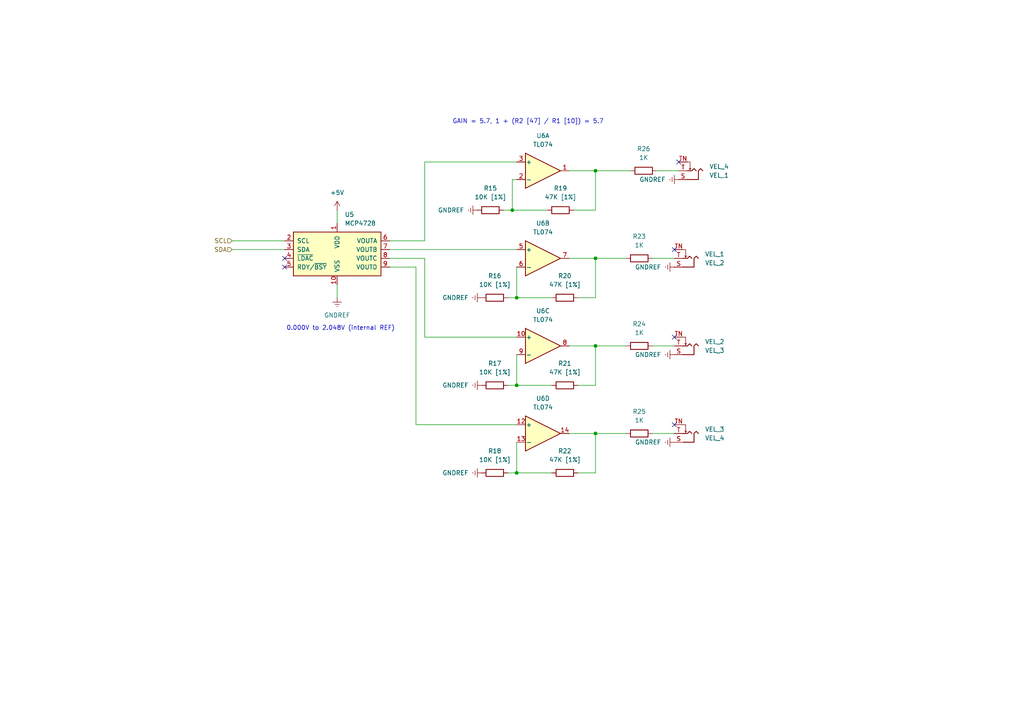
<source format=kicad_sch>
(kicad_sch (version 20231120) (generator "eeschema") (generator_version "8.0")
  (paper "A4")
  (lib_symbols
    (symbol "Amplifier_Operational:TL074" (pin_names (offset 0.127))
      (property "Reference" "U" (at 0 5.08 0))
      (property "Value" "TL074" (at 0 -5.08 0))
      (symbol "TL074_1_1"
        (polyline (pts (xy -5.08 5.08) (xy 5.08 0) (xy -5.08 -5.08) (xy -5.08 5.08)) (stroke (width 0.254)) (fill (type background)))
        (pin output line (at 7.62 0 180) (length 2.54) (name "~") (number "1"))
        (pin input line (at -7.62 -2.54 0) (length 2.54) (name "-") (number "2"))
        (pin input line (at -7.62 2.54 0) (length 2.54) (name "+") (number "3"))
      )
      (symbol "TL074_2_1"
        (polyline (pts (xy -5.08 5.08) (xy 5.08 0) (xy -5.08 -5.08) (xy -5.08 5.08)) (stroke (width 0.254)) (fill (type background)))
        (pin input line (at -7.62 2.54 0) (length 2.54) (name "+") (number "5"))
        (pin input line (at -7.62 -2.54 0) (length 2.54) (name "-") (number "6"))
        (pin output line (at 7.62 0 180) (length 2.54) (name "~") (number "7"))
      )
      (symbol "TL074_3_1"
        (polyline (pts (xy -5.08 5.08) (xy 5.08 0) (xy -5.08 -5.08) (xy -5.08 5.08)) (stroke (width 0.254)) (fill (type background)))
        (pin input line (at -7.62 2.54 0) (length 2.54) (name "+") (number "10"))
        (pin output line (at 7.62 0 180) (length 2.54) (name "~") (number "8"))
        (pin input line (at -7.62 -2.54 0) (length 2.54) (name "-") (number "9"))
      )
      (symbol "TL074_4_1"
        (polyline (pts (xy -5.08 5.08) (xy 5.08 0) (xy -5.08 -5.08) (xy -5.08 5.08)) (stroke (width 0.254)) (fill (type background)))
        (pin input line (at -7.62 2.54 0) (length 2.54) (name "+") (number "12"))
        (pin input line (at -7.62 -2.54 0) (length 2.54) (name "-") (number "13"))
        (pin output line (at 7.62 0 180) (length 2.54) (name "~") (number "14"))
      )
      (symbol "TL074_5_1"
        (pin power_in line (at -2.54 -7.62 90) (length 3.81) (name "V-") (number "11"))
        (pin power_in line (at -2.54 7.62 270) (length 3.81) (name "V+") (number "4"))
      )
    )
    (symbol "Analog_DAC:MCP4728" (pin_names (offset 1.016))
      (property "Reference" "U" (at -12.7 6.35 0))
      (property "Value" "MCP4728" (at 12.7 6.35 0))
      (symbol "MCP4728_0_1"
        (rectangle (start -12.7 5.08) (end 12.7 -7.62) (stroke (width 0.254)) (fill (type background)))
      )
      (symbol "MCP4728_1_1"
        (pin power_in line (at 0 7.62 270) (length 2.54) (name "VDD") (number "1"))
        (pin power_in line (at 0 -10.16 90) (length 2.54) (name "VSS") (number "10"))
        (pin input line (at -15.24 2.54 0) (length 2.54) (name "SCL") (number "2"))
        (pin bidirectional line (at -15.24 0 0) (length 2.54) (name "SDA") (number "3"))
        (pin input line (at -15.24 -2.54 0) (length 2.54) (name "~{LDAC}") (number "4"))
        (pin output line (at -15.24 -5.08 0) (length 2.54) (name "RDY/~{BSY}") (number "5"))
        (pin output line (at 15.24 2.54 180) (length 2.54) (name "VOUTA") (number "6"))
        (pin output line (at 15.24 0 180) (length 2.54) (name "VOUTB") (number "7"))
        (pin output line (at 15.24 -2.54 180) (length 2.54) (name "VOUTC") (number "8"))
        (pin output line (at 15.24 -5.08 180) (length 2.54) (name "VOUTD") (number "9"))
      )
    )
    (symbol "GNDREF_2" (power) (pin_numbers hide) (pin_names (offset 0) hide)
      (property "Value" "GNDREF" (at 0 -3.81 0))
      (symbol "GNDREF_2_0_1"
        (polyline (pts (xy -0.635 -1.905) (xy 0.635 -1.905)))
        (polyline (pts (xy -0.127 -2.54) (xy 0.127 -2.54)))
        (polyline (pts (xy 0 -1.27) (xy 0 0)))
        (polyline (pts (xy 1.27 -1.27) (xy -1.27 -1.27)))
      )
      (symbol "GNDREF_2_1_1"
        (pin power_in line (at 0 0 270) (length 0) (name "~") (number "1"))
      )
    )
    (symbol "power:+5V" (power) (pin_numbers hide) (pin_names (offset 0) hide)
      (property "Value" "+5V" (at 0 3.556 0))
      (symbol "+5V_0_1"
        (polyline (pts (xy -0.762 1.27) (xy 0 2.54)))
        (polyline (pts (xy 0 0) (xy 0 2.54)))
        (polyline (pts (xy 0 2.54) (xy 0.762 1.27)))
      )
      (symbol "+5V_1_1"
        (pin power_in line (at 0 0 90) (length 0) (name "~") (number "1"))
      )
    )
    (symbol "synth:AudioJack_Mono_3.5mm"
      (property "Reference" "J" (at 0 8.89 0))
      (property "Value" "AudioJack_Mono_3.5mm" (at 0 6.35 0))
      (symbol "AudioJack_Mono_3.5mm_0_1"
        (polyline (pts (xy 1.778 -0.254) (xy 2.032 -0.762)))
        (polyline (pts (xy 0 0) (xy 0.635 -0.635) (xy 1.27 0) (xy 2.54 0)) (stroke (width 0.254)))
        (polyline (pts (xy 2.54 -2.54) (xy 1.778 -2.54) (xy 1.778 -0.254) (xy 1.524 -0.762)))
        (polyline (pts (xy 2.54 2.54) (xy -0.635 2.54) (xy -0.635 0) (xy -1.27 -0.635) (xy -1.905 0)) (stroke (width 0.254)))
      )
      (symbol "AudioJack_Mono_3.5mm_1_1"
        (pin passive line (at 5.08 2.54 180) (length 2.54) (name "~") (number "S"))
        (pin passive line (at 5.08 0 180) (length 2.54) (name "~") (number "T"))
        (pin passive line (at 5.08 -2.54 180) (length 2.54) (name "~") (number "TN"))
      )
    )
    (symbol "synth:R_Default" (pin_numbers hide) (pin_names (offset 0))
      (property "Reference" "R" (at -2.032 0 90))
      (property "Value" "R1" (at 2.032 0 90))
      (symbol "R_Default_0_1"
        (rectangle (start 1.016 -2.54) (end -1.016 2.54) (stroke (width 0.254)))
      )
      (symbol "R_Default_1_1"
        (pin passive line (at 0 -3.81 90) (length 1.27) (name "~") (number "1"))
        (pin passive line (at 0 3.81 270) (length 1.27) (name "~") (number "2"))
      )
    )
  )
  (junction (at 172.72 49.53))
  (junction (at 149.86 86.36))
  (junction (at 149.86 137.16))
  (junction (at 172.72 74.93))
  (junction (at 172.72 100.33))
  (junction (at 149.86 111.76))
  (junction (at 148.59 60.96))
  (junction (at 172.72 125.73))
  (no_connect (at 196.85 46.99))
  (no_connect (at 195.58 72.39))
  (no_connect (at 195.58 97.79))
  (no_connect (at 82.55 77.47))
  (no_connect (at 195.58 123.19))
  (no_connect (at 82.55 74.93))
  (wire (pts (xy 172.72 60.96) (xy 166.37 60.96)))
  (wire (pts (xy 113.03 72.39) (xy 149.86 72.39)))
  (wire (pts (xy 189.23 74.93) (xy 195.58 74.93)))
  (wire (pts (xy 172.72 111.76) (xy 167.64 111.76)))
  (wire (pts (xy 149.86 111.76) (xy 160.02 111.76)))
  (wire (pts (xy 113.03 74.93) (xy 123.19 74.93)))
  (wire (pts (xy 165.1 100.33) (xy 172.72 100.33)))
  (wire (pts (xy 172.72 125.73) (xy 181.61 125.73)))
  (wire (pts (xy 172.72 125.73) (xy 172.72 137.16)))
  (wire (pts (xy 148.59 52.07) (xy 149.86 52.07)))
  (wire (pts (xy 165.1 125.73) (xy 172.72 125.73)))
  (wire (pts (xy 149.86 137.16) (xy 160.02 137.16)))
  (wire (pts (xy 190.5 49.53) (xy 196.85 49.53)))
  (wire (pts (xy 148.59 60.96) (xy 148.59 52.07)))
  (wire (pts (xy 123.19 69.85) (xy 123.19 46.99)))
  (wire (pts (xy 120.65 77.47) (xy 120.65 123.19)))
  (wire (pts (xy 147.32 111.76) (xy 149.86 111.76)))
  (wire (pts (xy 146.05 60.96) (xy 148.59 60.96)))
  (wire (pts (xy 120.65 123.19) (xy 149.86 123.19)))
  (wire (pts (xy 123.19 97.79) (xy 149.86 97.79)))
  (wire (pts (xy 148.59 60.96) (xy 158.75 60.96)))
  (wire (pts (xy 149.86 111.76) (xy 149.86 102.87)))
  (wire (pts (xy 123.19 74.93) (xy 123.19 97.79)))
  (wire (pts (xy 172.72 74.93) (xy 181.61 74.93)))
  (wire (pts (xy 172.72 86.36) (xy 167.64 86.36)))
  (wire (pts (xy 149.86 86.36) (xy 149.86 77.47)))
  (wire (pts (xy 172.72 137.16) (xy 167.64 137.16)))
  (wire (pts (xy 149.86 86.36) (xy 160.02 86.36)))
  (wire (pts (xy 165.1 74.93) (xy 172.72 74.93)))
  (wire (pts (xy 189.23 125.73) (xy 195.58 125.73)))
  (wire (pts (xy 67.31 72.39) (xy 82.55 72.39)))
  (wire (pts (xy 113.03 77.47) (xy 120.65 77.47)))
  (wire (pts (xy 97.79 60.96) (xy 97.79 64.77)))
  (wire (pts (xy 97.79 86.36) (xy 97.79 82.55)))
  (wire (pts (xy 172.72 100.33) (xy 172.72 111.76)))
  (wire (pts (xy 189.23 100.33) (xy 195.58 100.33)))
  (wire (pts (xy 165.1 49.53) (xy 172.72 49.53)))
  (wire (pts (xy 172.72 49.53) (xy 182.88 49.53)))
  (wire (pts (xy 147.32 137.16) (xy 149.86 137.16)))
  (wire (pts (xy 172.72 49.53) (xy 172.72 60.96)))
  (wire (pts (xy 147.32 86.36) (xy 149.86 86.36)))
  (wire (pts (xy 67.31 69.85) (xy 82.55 69.85)))
  (wire (pts (xy 113.03 69.85) (xy 123.19 69.85)))
  (wire (pts (xy 172.72 100.33) (xy 181.61 100.33)))
  (wire (pts (xy 149.86 137.16) (xy 149.86 128.27)))
  (wire (pts (xy 172.72 74.93) (xy 172.72 86.36)))
  (wire (pts (xy 123.19 46.99) (xy 149.86 46.99)))
  (text "GAIN = 5.7, 1 + (R2 [47] / R1 [10]) = 5.7" (at 153.162 35.306 0) (effects (font (size 1.27 1.27))))
  (text "0.000V to 2.048V (internal REF)" (at 98.806 95.25 0) (effects (font (size 1.27 1.27))))
  (hierarchical_label "SDA" (shape input) (at 67.31 72.39 180))
  (hierarchical_label "SCL" (shape input) (at 67.31 69.85 180))
  (symbol (lib_id "synth:R_Default") (at 186.69 49.53 90) (unit 1)
    (property "Reference" "R26" (at 186.69 43.18 90))
    (property "Value" "1K" (at 186.69 45.72 90))
    (property "Footprint" "Synth:R_Default (DIN0207)" (effects (hide yes)))
    (property "Description" "Resistor" (effects (hide yes)))
  )
  (symbol (lib_name "GNDREF_2") (lib_id "power:GNDREF") (at 195.58 128.27 270) (unit 1)
    (property "Reference" "#PWR028" (effects (hide yes)))
    (property "Value" "GNDREF" (at 191.77 128.2699 90) (effects (justify right)))
    (property "Description" "Power symbol creates a global label with name \"GNDREF\" , reference supply ground" (effects (hide yes)))
  )
  (symbol (lib_id "synth:AudioJack_Mono_3.5mm") (at 200.66 100.33 180) (unit 1)
    (property "Reference" "VEL_2" (at 204.47 99.1234 0) (effects (justify right)))
    (property "Value" "VEL_3" (at 204.47 101.6634 0) (effects (justify right)))
    (property "Footprint" "Synth:Jack_3.5mm_QingPu_WQP-PJ398SM_Vertical_CircularHoles" (effects (hide yes)))
    (property "Description" "Audio Jack, 2 Poles (Mono / TS), Switched T Pole (Normalling)" (effects (hide yes)))
  )
  (symbol (lib_name "GNDREF_2") (lib_id "power:GNDREF") (at 195.58 77.47 270) (unit 1)
    (property "Reference" "#PWR026" (effects (hide yes)))
    (property "Value" "GNDREF" (at 191.77 77.4699 90) (effects (justify right)))
    (property "Description" "Power symbol creates a global label with name \"GNDREF\" , reference supply ground" (effects (hide yes)))
  )
  (symbol (lib_id "synth:AudioJack_Mono_3.5mm") (at 201.93 49.53 180) (unit 1)
    (property "Reference" "VEL_4" (at 205.74 48.3234 0) (effects (justify right)))
    (property "Value" "VEL_1" (at 205.74 50.8634 0) (effects (justify right)))
    (property "Footprint" "Synth:Jack_3.5mm_QingPu_WQP-PJ398SM_Vertical_CircularHoles" (effects (hide yes)))
    (property "Description" "Audio Jack, 2 Poles (Mono / TS), Switched T Pole (Normalling)" (effects (hide yes)))
  )
  (symbol (lib_id "synth:R_Default") (at 163.83 86.36 90) (unit 1)
    (property "Reference" "R20" (at 163.83 80.01 90))
    (property "Value" "47K [1%]" (at 163.83 82.55 90))
    (property "Footprint" "Synth:R_Default (DIN0207)" (effects (hide yes)))
    (property "Description" "Resistor" (effects (hide yes)))
  )
  (symbol (lib_name "GNDREF_2") (lib_id "power:GNDREF") (at 196.85 52.07 270) (unit 1)
    (property "Reference" "#PWR029" (effects (hide yes)))
    (property "Value" "GNDREF" (at 193.04 52.0699 90) (effects (justify right)))
    (property "Description" "Power symbol creates a global label with name \"GNDREF\" , reference supply ground" (effects (hide yes)))
  )
  (symbol (lib_id "synth:R_Default") (at 163.83 137.16 90) (unit 1)
    (property "Reference" "R22" (at 163.83 130.81 90))
    (property "Value" "47K [1%]" (at 163.83 133.35 90))
    (property "Footprint" "Synth:R_Default (DIN0207)" (effects (hide yes)))
    (property "Description" "Resistor" (effects (hide yes)))
  )
  (symbol (lib_id "synth:R_Default") (at 143.51 137.16 90) (unit 1)
    (property "Reference" "R18" (at 143.51 130.81 90))
    (property "Value" "10K [1%]" (at 143.51 133.35 90))
    (property "Footprint" "Synth:R_Default (DIN0207)" (effects (hide yes)))
    (property "Description" "Resistor" (effects (hide yes)))
  )
  (symbol (lib_name "GNDREF_2") (lib_id "power:GNDREF") (at 139.7 86.36 270) (unit 1)
    (property "Reference" "#PWR023" (effects (hide yes)))
    (property "Value" "GNDREF" (at 135.89 86.3599 90) (effects (justify right)))
    (property "Description" "Power symbol creates a global label with name \"GNDREF\" , reference supply ground" (effects (hide yes)))
  )
  (symbol (lib_id "synth:R_Default") (at 142.24 60.96 90) (unit 1)
    (property "Reference" "R15" (at 142.24 54.61 90))
    (property "Value" "10K [1%]" (at 142.24 57.15 90))
    (property "Footprint" "Synth:R_Default (DIN0207)" (effects (hide yes)))
    (property "Description" "Resistor" (effects (hide yes)))
  )
  (symbol (lib_id "synth:AudioJack_Mono_3.5mm") (at 200.66 125.73 180) (unit 1)
    (property "Reference" "VEL_3" (at 204.47 124.5234 0) (effects (justify right)))
    (property "Value" "VEL_4" (at 204.47 127.0634 0) (effects (justify right)))
    (property "Footprint" "Synth:Jack_3.5mm_QingPu_WQP-PJ398SM_Vertical_CircularHoles" (effects (hide yes)))
    (property "Description" "Audio Jack, 2 Poles (Mono / TS), Switched T Pole (Normalling)" (effects (hide yes)))
  )
  (symbol (lib_id "synth:AudioJack_Mono_3.5mm") (at 200.66 74.93 180) (unit 1)
    (property "Reference" "VEL_1" (at 204.47 73.7234 0) (effects (justify right)))
    (property "Value" "VEL_2" (at 204.47 76.2634 0) (effects (justify right)))
    (property "Footprint" "Synth:Jack_3.5mm_QingPu_WQP-PJ398SM_Vertical_CircularHoles" (effects (hide yes)))
    (property "Description" "Audio Jack, 2 Poles (Mono / TS), Switched T Pole (Normalling)" (effects (hide yes)))
  )
  (symbol (lib_name "GNDREF_2") (lib_id "power:GNDREF") (at 195.58 102.87 270) (unit 1)
    (property "Reference" "#PWR027" (effects (hide yes)))
    (property "Value" "GNDREF" (at 191.77 102.8699 90) (effects (justify right)))
    (property "Description" "Power symbol creates a global label with name \"GNDREF\" , reference supply ground" (effects (hide yes)))
  )
  (symbol (lib_id "Analog_DAC:MCP4728") (at 97.79 72.39 0) (unit 1)
    (property "Reference" "U5" (at 99.9841 62.23 0) (effects (justify left)))
    (property "Value" "MCP4728" (at 99.9841 64.77 0) (effects (justify left)))
    (property "Footprint" "Package_SO:MSOP-10_3x3mm_P0.5mm" (effects (hide yes)))
    (property "Datasheet" "http://ww1.microchip.com/downloads/en/DeviceDoc/22187E.pdf" (effects (hide yes)))
    (property "Description" "12-bit digital to analog converter, quad output, 2.048V internal reference, integrated EEPROM, I2C interface" (effects (hide yes)))
  )
  (symbol (lib_id "Amplifier_Operational:TL074") (at 157.48 100.33 0) (unit 3)
    (property "Reference" "U6" (at 157.48 90.17 0))
    (property "Value" "TL074" (at 157.48 92.71 0))
    (property "Footprint" "Package_SO:SOIC-14_3.9x8.7mm_P1.27mm" (effects (hide yes)))
    (property "Datasheet" "http://www.ti.com/lit/ds/symlink/tl071.pdf" (effects (hide yes)))
  )
  (symbol (lib_id "synth:R_Default") (at 185.42 125.73 90) (unit 1)
    (property "Reference" "R25" (at 185.42 119.38 90))
    (property "Value" "1K" (at 185.42 121.92 90))
    (property "Footprint" "Synth:R_Default (DIN0207)" (effects (hide yes)))
    (property "Description" "Resistor" (effects (hide yes)))
  )
  (symbol (lib_name "GNDREF_2") (lib_id "power:GNDREF") (at 139.7 137.16 270) (unit 1)
    (property "Reference" "#PWR025" (effects (hide yes)))
    (property "Value" "GNDREF" (at 135.89 137.1599 90) (effects (justify right)))
    (property "Description" "Power symbol creates a global label with name \"GNDREF\" , reference supply ground" (effects (hide yes)))
  )
  (symbol (lib_id "power:+5V") (at 97.79 60.96 0) (unit 1)
    (property "Reference" "#PWR020" (effects (hide yes)))
    (property "Value" "+5V" (at 97.79 55.88 0))
    (property "Description" "Power symbol creates a global label with name \"+5V\"" (effects (hide yes)))
  )
  (symbol (lib_id "Amplifier_Operational:TL074") (at 157.48 74.93 0) (unit 2)
    (property "Reference" "U6" (at 157.48 64.77 0))
    (property "Value" "TL074" (at 157.48 67.31 0))
    (property "Footprint" "Package_SO:SOIC-14_3.9x8.7mm_P1.27mm" (effects (hide yes)))
    (property "Datasheet" "http://www.ti.com/lit/ds/symlink/tl071.pdf" (effects (hide yes)))
  )
  (symbol (lib_id "Amplifier_Operational:TL074") (at 157.48 125.73 0) (unit 4)
    (property "Reference" "U6" (at 157.48 115.57 0))
    (property "Value" "TL074" (at 157.48 118.11 0))
    (property "Footprint" "Package_SO:SOIC-14_3.9x8.7mm_P1.27mm" (effects (hide yes)))
    (property "Datasheet" "http://www.ti.com/lit/ds/symlink/tl071.pdf" (effects (hide yes)))
  )
  (symbol (lib_id "synth:R_Default") (at 185.42 74.93 90) (unit 1)
    (property "Reference" "R23" (at 185.42 68.58 90))
    (property "Value" "1K" (at 185.42 71.12 90))
    (property "Footprint" "Synth:R_Default (DIN0207)" (effects (hide yes)))
    (property "Description" "Resistor" (effects (hide yes)))
  )
  (symbol (lib_name "GNDREF_2") (lib_id "power:GNDREF") (at 138.43 60.96 270) (unit 1)
    (property "Reference" "#PWR022" (effects (hide yes)))
    (property "Value" "GNDREF" (at 134.62 60.9599 90) (effects (justify right)))
    (property "Description" "Power symbol creates a global label with name \"GNDREF\" , reference supply ground" (effects (hide yes)))
  )
  (symbol (lib_id "Amplifier_Operational:TL074") (at 157.48 49.53 0) (unit 1)
    (property "Reference" "U6" (at 157.48 39.37 0))
    (property "Value" "TL074" (at 157.48 41.91 0))
    (property "Footprint" "Package_SO:SOIC-14_3.9x8.7mm_P1.27mm" (effects (hide yes)))
    (property "Datasheet" "http://www.ti.com/lit/ds/symlink/tl071.pdf" (effects (hide yes)))
  )
  (symbol (lib_id "synth:R_Default") (at 163.83 111.76 90) (unit 1)
    (property "Reference" "R21" (at 163.83 105.41 90))
    (property "Value" "47K [1%]" (at 163.83 107.95 90))
    (property "Footprint" "Synth:R_Default (DIN0207)" (effects (hide yes)))
    (property "Description" "Resistor" (effects (hide yes)))
  )
  (symbol (lib_id "synth:R_Default") (at 162.56 60.96 90) (unit 1)
    (property "Reference" "R19" (at 162.56 54.61 90))
    (property "Value" "47K [1%]" (at 162.56 57.15 90))
    (property "Footprint" "Synth:R_Default (DIN0207)" (effects (hide yes)))
    (property "Description" "Resistor" (effects (hide yes)))
  )
  (symbol (lib_name "GNDREF_2") (lib_id "power:GNDREF") (at 139.7 111.76 270) (unit 1)
    (property "Reference" "#PWR024" (effects (hide yes)))
    (property "Value" "GNDREF" (at 135.89 111.7599 90) (effects (justify right)))
    (property "Description" "Power symbol creates a global label with name \"GNDREF\" , reference supply ground" (effects (hide yes)))
  )
  (symbol (lib_id "synth:R_Default") (at 143.51 111.76 90) (unit 1)
    (property "Reference" "R17" (at 143.51 105.41 90))
    (property "Value" "10K [1%]" (at 143.51 107.95 90))
    (property "Footprint" "Synth:R_Default (DIN0207)" (effects (hide yes)))
    (property "Description" "Resistor" (effects (hide yes)))
  )
  (symbol (lib_id "synth:R_Default") (at 143.51 86.36 90) (unit 1)
    (property "Reference" "R16" (at 143.51 80.01 90))
    (property "Value" "10K [1%]" (at 143.51 82.55 90))
    (property "Footprint" "Synth:R_Default (DIN0207)" (effects (hide yes)))
    (property "Description" "Resistor" (effects (hide yes)))
  )
  (symbol (lib_id "synth:R_Default") (at 185.42 100.33 90) (unit 1)
    (property "Reference" "R24" (at 185.42 93.98 90))
    (property "Value" "1K" (at 185.42 96.52 90))
    (property "Footprint" "Synth:R_Default (DIN0207)" (effects (hide yes)))
    (property "Description" "Resistor" (effects (hide yes)))
  )
  (symbol (lib_name "GNDREF_2") (lib_id "power:GNDREF") (at 97.79 86.36 0) (unit 1)
    (property "Reference" "#PWR021" (effects (hide yes)))
    (property "Value" "GNDREF" (at 97.79 91.44 0))
    (property "Description" "Power symbol creates a global label with name \"GNDREF\" , reference supply ground" (effects (hide yes)))
  )
)
</source>
